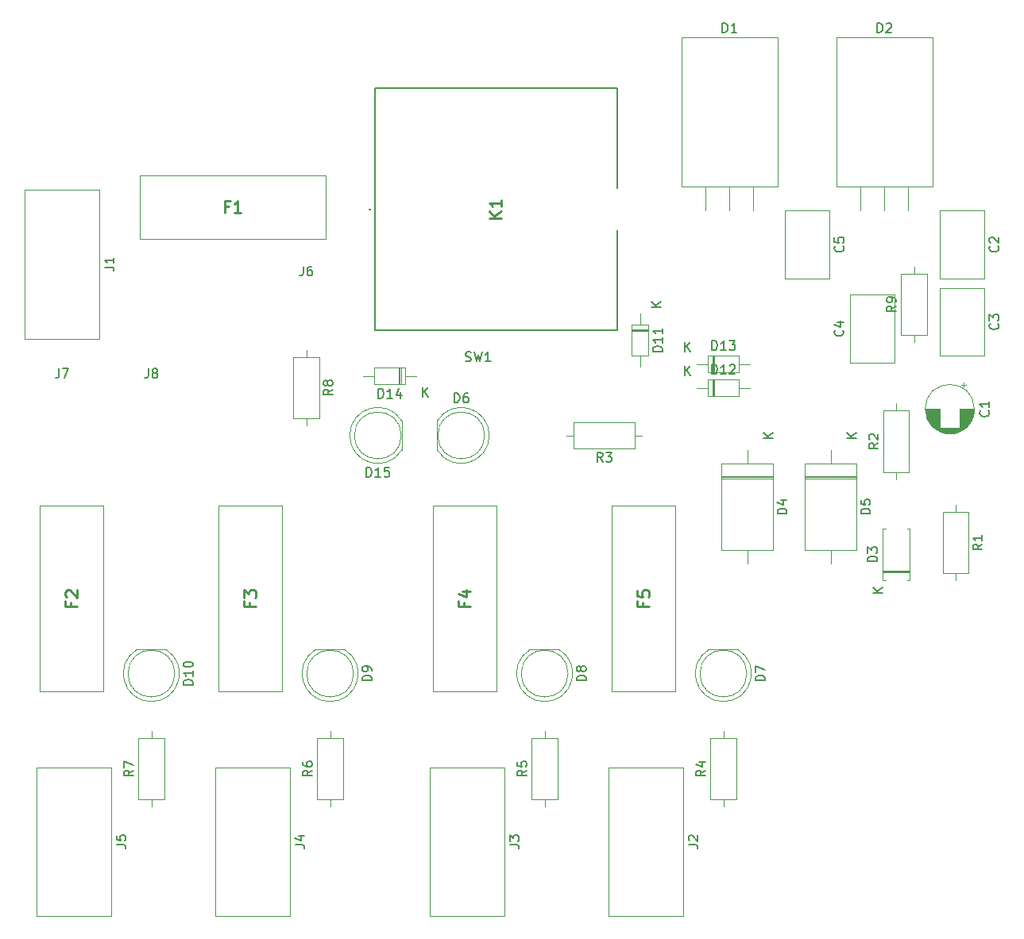
<source format=gbr>
%TF.GenerationSoftware,KiCad,Pcbnew,(5.1.9)-1*%
%TF.CreationDate,2021-04-18T01:25:59+01:00*%
%TF.ProjectId,PowerPole,506f7765-7250-46f6-9c65-2e6b69636164,rev?*%
%TF.SameCoordinates,Original*%
%TF.FileFunction,Legend,Top*%
%TF.FilePolarity,Positive*%
%FSLAX46Y46*%
G04 Gerber Fmt 4.6, Leading zero omitted, Abs format (unit mm)*
G04 Created by KiCad (PCBNEW (5.1.9)-1) date 2021-04-18 01:25:59*
%MOMM*%
%LPD*%
G01*
G04 APERTURE LIST*
%ADD10C,0.200000*%
%ADD11C,0.100000*%
%ADD12C,0.120000*%
%ADD13C,0.254000*%
%ADD14C,0.150000*%
G04 APERTURE END LIST*
D10*
%TO.C,K1*%
X131160000Y-36830000D02*
X131160000Y-36830000D01*
X131260000Y-36830000D02*
X131260000Y-36830000D01*
X131160000Y-36830000D02*
X131160000Y-36830000D01*
X157560000Y-39080000D02*
X157560000Y-39080000D01*
X157560000Y-49730000D02*
X157560000Y-39080000D01*
X157560000Y-49730000D02*
X157560000Y-49730000D01*
X157560000Y-39080000D02*
X157560000Y-49730000D01*
X157560000Y-23930000D02*
X157560000Y-23930000D01*
X157560000Y-34580000D02*
X157560000Y-23930000D01*
X157560000Y-34580000D02*
X157560000Y-34580000D01*
X157560000Y-23930000D02*
X157560000Y-34580000D01*
X157560000Y-23930000D02*
X131760000Y-23930000D01*
X157560000Y-23930000D02*
X157560000Y-23930000D01*
X131760000Y-23930000D02*
X157560000Y-23930000D01*
X131760000Y-23930000D02*
X131760000Y-23930000D01*
X131760000Y-49730000D02*
X131760000Y-49730000D01*
X131760000Y-23930000D02*
X131760000Y-49730000D01*
X131760000Y-23930000D02*
X131760000Y-23930000D01*
X131760000Y-49730000D02*
X131760000Y-23930000D01*
X131760000Y-49730000D02*
X157560000Y-49730000D01*
X131760000Y-49730000D02*
X131760000Y-49730000D01*
X157560000Y-49730000D02*
X131760000Y-49730000D01*
X157560000Y-49730000D02*
X157560000Y-49730000D01*
X131260000Y-36830000D02*
G75*
G02*
X131160000Y-36830000I-50000J0D01*
G01*
X131160000Y-36830000D02*
G75*
G02*
X131260000Y-36830000I50000J0D01*
G01*
X131260000Y-36830000D02*
G75*
G02*
X131160000Y-36830000I-50000J0D01*
G01*
D11*
%TO.C,F5*%
X163815000Y-88260000D02*
X157050000Y-88260000D01*
X163815000Y-68450000D02*
X163815000Y-88260000D01*
X157050000Y-68450000D02*
X163815000Y-68450000D01*
X157050000Y-88260000D02*
X157050000Y-68450000D01*
%TO.C,F4*%
X144765000Y-88260000D02*
X138000000Y-88260000D01*
X144765000Y-68450000D02*
X144765000Y-88260000D01*
X138000000Y-68450000D02*
X144765000Y-68450000D01*
X138000000Y-88260000D02*
X138000000Y-68450000D01*
%TO.C,F3*%
X121905000Y-88260000D02*
X115140000Y-88260000D01*
X121905000Y-68450000D02*
X121905000Y-88260000D01*
X115140000Y-68450000D02*
X121905000Y-68450000D01*
X115140000Y-88260000D02*
X115140000Y-68450000D01*
%TO.C,F2*%
X102855000Y-88260000D02*
X96090000Y-88260000D01*
X102855000Y-68450000D02*
X102855000Y-88260000D01*
X96090000Y-68450000D02*
X102855000Y-68450000D01*
X96090000Y-88260000D02*
X96090000Y-68450000D01*
%TO.C,F1*%
X106685000Y-39990000D02*
X106685000Y-33225000D01*
X126495000Y-39990000D02*
X106685000Y-39990000D01*
X126495000Y-33225000D02*
X126495000Y-39990000D01*
X106685000Y-33225000D02*
X126495000Y-33225000D01*
D12*
%TO.C,R8*%
X125830000Y-52610000D02*
X123090000Y-52610000D01*
X123090000Y-52610000D02*
X123090000Y-59150000D01*
X123090000Y-59150000D02*
X125830000Y-59150000D01*
X125830000Y-59150000D02*
X125830000Y-52610000D01*
X124460000Y-51840000D02*
X124460000Y-52610000D01*
X124460000Y-59920000D02*
X124460000Y-59150000D01*
%TO.C,J5*%
X103645000Y-112230000D02*
X95745000Y-112230000D01*
X103645000Y-96380000D02*
X95745000Y-96380000D01*
X95745000Y-96380000D02*
X95745000Y-112230000D01*
X103645000Y-96380000D02*
X103645000Y-112230000D01*
%TO.C,J4*%
X122695000Y-112230000D02*
X114795000Y-112230000D01*
X122695000Y-96380000D02*
X114795000Y-96380000D01*
X114795000Y-96380000D02*
X114795000Y-112230000D01*
X122695000Y-96380000D02*
X122695000Y-112230000D01*
%TO.C,J3*%
X145555000Y-112230000D02*
X137655000Y-112230000D01*
X145555000Y-96380000D02*
X137655000Y-96380000D01*
X137655000Y-96380000D02*
X137655000Y-112230000D01*
X145555000Y-96380000D02*
X145555000Y-112230000D01*
%TO.C,J2*%
X164605000Y-112230000D02*
X156705000Y-112230000D01*
X164605000Y-96380000D02*
X156705000Y-96380000D01*
X156705000Y-96380000D02*
X156705000Y-112230000D01*
X164605000Y-96380000D02*
X164605000Y-112230000D01*
%TO.C,J1*%
X102375000Y-50635000D02*
X94475000Y-50635000D01*
X102375000Y-34785000D02*
X94475000Y-34785000D01*
X94475000Y-34785000D02*
X94475000Y-50635000D01*
X102375000Y-34785000D02*
X102375000Y-50635000D01*
%TO.C,C5*%
X180170000Y-36980000D02*
X180170000Y-44220000D01*
X175430000Y-36980000D02*
X175430000Y-44220000D01*
X180170000Y-36980000D02*
X175430000Y-36980000D01*
X180170000Y-44220000D02*
X175430000Y-44220000D01*
%TO.C,D1*%
X164425000Y-34410000D02*
X174665000Y-34410000D01*
X164425000Y-18520000D02*
X174665000Y-18520000D01*
X164425000Y-18520000D02*
X164425000Y-34410000D01*
X174665000Y-18520000D02*
X174665000Y-34410000D01*
X167005000Y-34410000D02*
X167005000Y-36950000D01*
X169545000Y-34410000D02*
X169545000Y-36950000D01*
X172085000Y-34410000D02*
X172085000Y-36950000D01*
%TO.C,R9*%
X187860000Y-50260000D02*
X190600000Y-50260000D01*
X190600000Y-50260000D02*
X190600000Y-43720000D01*
X190600000Y-43720000D02*
X187860000Y-43720000D01*
X187860000Y-43720000D02*
X187860000Y-50260000D01*
X189230000Y-51030000D02*
X189230000Y-50260000D01*
X189230000Y-42950000D02*
X189230000Y-43720000D01*
%TO.C,R7*%
X106580000Y-99790000D02*
X109320000Y-99790000D01*
X109320000Y-99790000D02*
X109320000Y-93250000D01*
X109320000Y-93250000D02*
X106580000Y-93250000D01*
X106580000Y-93250000D02*
X106580000Y-99790000D01*
X107950000Y-100560000D02*
X107950000Y-99790000D01*
X107950000Y-92480000D02*
X107950000Y-93250000D01*
%TO.C,R6*%
X125630000Y-99790000D02*
X128370000Y-99790000D01*
X128370000Y-99790000D02*
X128370000Y-93250000D01*
X128370000Y-93250000D02*
X125630000Y-93250000D01*
X125630000Y-93250000D02*
X125630000Y-99790000D01*
X127000000Y-100560000D02*
X127000000Y-99790000D01*
X127000000Y-92480000D02*
X127000000Y-93250000D01*
%TO.C,R5*%
X148490000Y-99790000D02*
X151230000Y-99790000D01*
X151230000Y-99790000D02*
X151230000Y-93250000D01*
X151230000Y-93250000D02*
X148490000Y-93250000D01*
X148490000Y-93250000D02*
X148490000Y-99790000D01*
X149860000Y-100560000D02*
X149860000Y-99790000D01*
X149860000Y-92480000D02*
X149860000Y-93250000D01*
%TO.C,R4*%
X167540000Y-99790000D02*
X170280000Y-99790000D01*
X170280000Y-99790000D02*
X170280000Y-93250000D01*
X170280000Y-93250000D02*
X167540000Y-93250000D01*
X167540000Y-93250000D02*
X167540000Y-99790000D01*
X168910000Y-100560000D02*
X168910000Y-99790000D01*
X168910000Y-92480000D02*
X168910000Y-93250000D01*
%TO.C,R3*%
X159480000Y-62330000D02*
X159480000Y-59590000D01*
X159480000Y-59590000D02*
X152940000Y-59590000D01*
X152940000Y-59590000D02*
X152940000Y-62330000D01*
X152940000Y-62330000D02*
X159480000Y-62330000D01*
X160250000Y-60960000D02*
X159480000Y-60960000D01*
X152170000Y-60960000D02*
X152940000Y-60960000D01*
%TO.C,R2*%
X185955000Y-64865000D02*
X188695000Y-64865000D01*
X188695000Y-64865000D02*
X188695000Y-58325000D01*
X188695000Y-58325000D02*
X185955000Y-58325000D01*
X185955000Y-58325000D02*
X185955000Y-64865000D01*
X187325000Y-65635000D02*
X187325000Y-64865000D01*
X187325000Y-57555000D02*
X187325000Y-58325000D01*
%TO.C,R1*%
X195045000Y-69120000D02*
X192305000Y-69120000D01*
X192305000Y-69120000D02*
X192305000Y-75660000D01*
X192305000Y-75660000D02*
X195045000Y-75660000D01*
X195045000Y-75660000D02*
X195045000Y-69120000D01*
X193675000Y-68350000D02*
X193675000Y-69120000D01*
X193675000Y-76430000D02*
X193675000Y-75660000D01*
%TO.C,D15*%
X134580000Y-60960000D02*
G75*
G03*
X134580000Y-60960000I-2500000J0D01*
G01*
X134640000Y-62505000D02*
X134640000Y-59415000D01*
X129090000Y-60960462D02*
G75*
G02*
X134640000Y-59415170I2990000J462D01*
G01*
X129090000Y-60959538D02*
G75*
G03*
X134640000Y-62504830I2990000J-462D01*
G01*
%TO.C,D14*%
X134990000Y-55530000D02*
X134990000Y-53690000D01*
X134990000Y-53690000D02*
X131710000Y-53690000D01*
X131710000Y-53690000D02*
X131710000Y-55530000D01*
X131710000Y-55530000D02*
X134990000Y-55530000D01*
X136170000Y-54610000D02*
X134990000Y-54610000D01*
X130530000Y-54610000D02*
X131710000Y-54610000D01*
X134414000Y-55530000D02*
X134414000Y-53690000D01*
X134294000Y-55530000D02*
X134294000Y-53690000D01*
X134534000Y-55530000D02*
X134534000Y-53690000D01*
%TO.C,D13*%
X167270000Y-52420000D02*
X167270000Y-54260000D01*
X167270000Y-54260000D02*
X170550000Y-54260000D01*
X170550000Y-54260000D02*
X170550000Y-52420000D01*
X170550000Y-52420000D02*
X167270000Y-52420000D01*
X166090000Y-53340000D02*
X167270000Y-53340000D01*
X171730000Y-53340000D02*
X170550000Y-53340000D01*
X167846000Y-52420000D02*
X167846000Y-54260000D01*
X167966000Y-52420000D02*
X167966000Y-54260000D01*
X167726000Y-52420000D02*
X167726000Y-54260000D01*
%TO.C,D12*%
X167270000Y-54960000D02*
X167270000Y-56800000D01*
X167270000Y-56800000D02*
X170550000Y-56800000D01*
X170550000Y-56800000D02*
X170550000Y-54960000D01*
X170550000Y-54960000D02*
X167270000Y-54960000D01*
X166090000Y-55880000D02*
X167270000Y-55880000D01*
X171730000Y-55880000D02*
X170550000Y-55880000D01*
X167846000Y-54960000D02*
X167846000Y-56800000D01*
X167966000Y-54960000D02*
X167966000Y-56800000D01*
X167726000Y-54960000D02*
X167726000Y-56800000D01*
%TO.C,D11*%
X160940000Y-49160000D02*
X159100000Y-49160000D01*
X159100000Y-49160000D02*
X159100000Y-52440000D01*
X159100000Y-52440000D02*
X160940000Y-52440000D01*
X160940000Y-52440000D02*
X160940000Y-49160000D01*
X160020000Y-47980000D02*
X160020000Y-49160000D01*
X160020000Y-53620000D02*
X160020000Y-52440000D01*
X160940000Y-49736000D02*
X159100000Y-49736000D01*
X160940000Y-49856000D02*
X159100000Y-49856000D01*
X160940000Y-49616000D02*
X159100000Y-49616000D01*
%TO.C,D10*%
X110450000Y-86360000D02*
G75*
G03*
X110450000Y-86360000I-2500000J0D01*
G01*
X109495000Y-83800000D02*
X106405000Y-83800000D01*
X107950462Y-89350000D02*
G75*
G02*
X106405170Y-83800000I-462J2990000D01*
G01*
X107949538Y-89350000D02*
G75*
G03*
X109494830Y-83800000I462J2990000D01*
G01*
%TO.C,D9*%
X129500000Y-86360000D02*
G75*
G03*
X129500000Y-86360000I-2500000J0D01*
G01*
X128545000Y-83800000D02*
X125455000Y-83800000D01*
X127000462Y-89350000D02*
G75*
G02*
X125455170Y-83800000I-462J2990000D01*
G01*
X126999538Y-89350000D02*
G75*
G03*
X128544830Y-83800000I462J2990000D01*
G01*
%TO.C,D8*%
X152360000Y-86360000D02*
G75*
G03*
X152360000Y-86360000I-2500000J0D01*
G01*
X151405000Y-83800000D02*
X148315000Y-83800000D01*
X149860462Y-89350000D02*
G75*
G02*
X148315170Y-83800000I-462J2990000D01*
G01*
X149859538Y-89350000D02*
G75*
G03*
X151404830Y-83800000I462J2990000D01*
G01*
%TO.C,D7*%
X171410000Y-86360000D02*
G75*
G03*
X171410000Y-86360000I-2500000J0D01*
G01*
X170455000Y-83800000D02*
X167365000Y-83800000D01*
X168910462Y-89350000D02*
G75*
G02*
X167365170Y-83800000I-462J2990000D01*
G01*
X168909538Y-89350000D02*
G75*
G03*
X170454830Y-83800000I462J2990000D01*
G01*
%TO.C,D6*%
X143470000Y-60960000D02*
G75*
G03*
X143470000Y-60960000I-2500000J0D01*
G01*
X138410000Y-59415000D02*
X138410000Y-62505000D01*
X143960000Y-60959538D02*
G75*
G02*
X138410000Y-62504830I-2990000J-462D01*
G01*
X143960000Y-60960462D02*
G75*
G03*
X138410000Y-59415170I-2990000J462D01*
G01*
%TO.C,D5*%
X183110000Y-63960000D02*
X177570000Y-63960000D01*
X177570000Y-63960000D02*
X177570000Y-73200000D01*
X177570000Y-73200000D02*
X183110000Y-73200000D01*
X183110000Y-73200000D02*
X183110000Y-63960000D01*
X180340000Y-62500000D02*
X180340000Y-63960000D01*
X180340000Y-74660000D02*
X180340000Y-73200000D01*
X183110000Y-65430000D02*
X177570000Y-65430000D01*
X183110000Y-65550000D02*
X177570000Y-65550000D01*
X183110000Y-65310000D02*
X177570000Y-65310000D01*
%TO.C,D4*%
X174220000Y-63960000D02*
X168680000Y-63960000D01*
X168680000Y-63960000D02*
X168680000Y-73200000D01*
X168680000Y-73200000D02*
X174220000Y-73200000D01*
X174220000Y-73200000D02*
X174220000Y-63960000D01*
X171450000Y-62500000D02*
X171450000Y-63960000D01*
X171450000Y-74660000D02*
X171450000Y-73200000D01*
X174220000Y-65430000D02*
X168680000Y-65430000D01*
X174220000Y-65550000D02*
X168680000Y-65550000D01*
X174220000Y-65310000D02*
X168680000Y-65310000D01*
%TO.C,D3*%
X186185000Y-76380000D02*
X185855000Y-76380000D01*
X185855000Y-76380000D02*
X185855000Y-70940000D01*
X185855000Y-70940000D02*
X186185000Y-70940000D01*
X188465000Y-76380000D02*
X188795000Y-76380000D01*
X188795000Y-76380000D02*
X188795000Y-70940000D01*
X188795000Y-70940000D02*
X188465000Y-70940000D01*
X185855000Y-75480000D02*
X188795000Y-75480000D01*
X185855000Y-75360000D02*
X188795000Y-75360000D01*
X185855000Y-75600000D02*
X188795000Y-75600000D01*
%TO.C,D2*%
X180935000Y-34410000D02*
X191175000Y-34410000D01*
X180935000Y-18520000D02*
X191175000Y-18520000D01*
X180935000Y-18520000D02*
X180935000Y-34410000D01*
X191175000Y-18520000D02*
X191175000Y-34410000D01*
X183515000Y-34410000D02*
X183515000Y-36950000D01*
X186055000Y-34410000D02*
X186055000Y-36950000D01*
X188595000Y-34410000D02*
X188595000Y-36950000D01*
%TO.C,C4*%
X182415000Y-53190000D02*
X182415000Y-45950000D01*
X187155000Y-53190000D02*
X187155000Y-45950000D01*
X182415000Y-53190000D02*
X187155000Y-53190000D01*
X182415000Y-45950000D02*
X187155000Y-45950000D01*
%TO.C,C3*%
X196680000Y-45235000D02*
X196680000Y-52475000D01*
X191940000Y-45235000D02*
X191940000Y-52475000D01*
X196680000Y-45235000D02*
X191940000Y-45235000D01*
X196680000Y-52475000D02*
X191940000Y-52475000D01*
%TO.C,C2*%
X196680000Y-36980000D02*
X196680000Y-44220000D01*
X191940000Y-36980000D02*
X191940000Y-44220000D01*
X196680000Y-36980000D02*
X191940000Y-36980000D01*
X196680000Y-44220000D02*
X191940000Y-44220000D01*
%TO.C,C1*%
X195660000Y-58150000D02*
G75*
G03*
X195660000Y-58150000I-2620000J0D01*
G01*
X192000000Y-58150000D02*
X190460000Y-58150000D01*
X195620000Y-58150000D02*
X194080000Y-58150000D01*
X192000000Y-58190000D02*
X190460000Y-58190000D01*
X195620000Y-58190000D02*
X194080000Y-58190000D01*
X195619000Y-58230000D02*
X194080000Y-58230000D01*
X192000000Y-58230000D02*
X190461000Y-58230000D01*
X195618000Y-58270000D02*
X194080000Y-58270000D01*
X192000000Y-58270000D02*
X190462000Y-58270000D01*
X195616000Y-58310000D02*
X194080000Y-58310000D01*
X192000000Y-58310000D02*
X190464000Y-58310000D01*
X195613000Y-58350000D02*
X194080000Y-58350000D01*
X192000000Y-58350000D02*
X190467000Y-58350000D01*
X195609000Y-58390000D02*
X194080000Y-58390000D01*
X192000000Y-58390000D02*
X190471000Y-58390000D01*
X195605000Y-58430000D02*
X194080000Y-58430000D01*
X192000000Y-58430000D02*
X190475000Y-58430000D01*
X195601000Y-58470000D02*
X194080000Y-58470000D01*
X192000000Y-58470000D02*
X190479000Y-58470000D01*
X195596000Y-58510000D02*
X194080000Y-58510000D01*
X192000000Y-58510000D02*
X190484000Y-58510000D01*
X195590000Y-58550000D02*
X194080000Y-58550000D01*
X192000000Y-58550000D02*
X190490000Y-58550000D01*
X195583000Y-58590000D02*
X194080000Y-58590000D01*
X192000000Y-58590000D02*
X190497000Y-58590000D01*
X195576000Y-58630000D02*
X194080000Y-58630000D01*
X192000000Y-58630000D02*
X190504000Y-58630000D01*
X195568000Y-58670000D02*
X194080000Y-58670000D01*
X192000000Y-58670000D02*
X190512000Y-58670000D01*
X195560000Y-58710000D02*
X194080000Y-58710000D01*
X192000000Y-58710000D02*
X190520000Y-58710000D01*
X195551000Y-58750000D02*
X194080000Y-58750000D01*
X192000000Y-58750000D02*
X190529000Y-58750000D01*
X195541000Y-58790000D02*
X194080000Y-58790000D01*
X192000000Y-58790000D02*
X190539000Y-58790000D01*
X195531000Y-58830000D02*
X194080000Y-58830000D01*
X192000000Y-58830000D02*
X190549000Y-58830000D01*
X195520000Y-58871000D02*
X194080000Y-58871000D01*
X192000000Y-58871000D02*
X190560000Y-58871000D01*
X195508000Y-58911000D02*
X194080000Y-58911000D01*
X192000000Y-58911000D02*
X190572000Y-58911000D01*
X195495000Y-58951000D02*
X194080000Y-58951000D01*
X192000000Y-58951000D02*
X190585000Y-58951000D01*
X195482000Y-58991000D02*
X194080000Y-58991000D01*
X192000000Y-58991000D02*
X190598000Y-58991000D01*
X195468000Y-59031000D02*
X194080000Y-59031000D01*
X192000000Y-59031000D02*
X190612000Y-59031000D01*
X195454000Y-59071000D02*
X194080000Y-59071000D01*
X192000000Y-59071000D02*
X190626000Y-59071000D01*
X195438000Y-59111000D02*
X194080000Y-59111000D01*
X192000000Y-59111000D02*
X190642000Y-59111000D01*
X195422000Y-59151000D02*
X194080000Y-59151000D01*
X192000000Y-59151000D02*
X190658000Y-59151000D01*
X195405000Y-59191000D02*
X194080000Y-59191000D01*
X192000000Y-59191000D02*
X190675000Y-59191000D01*
X195388000Y-59231000D02*
X194080000Y-59231000D01*
X192000000Y-59231000D02*
X190692000Y-59231000D01*
X195369000Y-59271000D02*
X194080000Y-59271000D01*
X192000000Y-59271000D02*
X190711000Y-59271000D01*
X195350000Y-59311000D02*
X194080000Y-59311000D01*
X192000000Y-59311000D02*
X190730000Y-59311000D01*
X195330000Y-59351000D02*
X194080000Y-59351000D01*
X192000000Y-59351000D02*
X190750000Y-59351000D01*
X195308000Y-59391000D02*
X194080000Y-59391000D01*
X192000000Y-59391000D02*
X190772000Y-59391000D01*
X195287000Y-59431000D02*
X194080000Y-59431000D01*
X192000000Y-59431000D02*
X190793000Y-59431000D01*
X195264000Y-59471000D02*
X194080000Y-59471000D01*
X192000000Y-59471000D02*
X190816000Y-59471000D01*
X195240000Y-59511000D02*
X194080000Y-59511000D01*
X192000000Y-59511000D02*
X190840000Y-59511000D01*
X195215000Y-59551000D02*
X194080000Y-59551000D01*
X192000000Y-59551000D02*
X190865000Y-59551000D01*
X195189000Y-59591000D02*
X194080000Y-59591000D01*
X192000000Y-59591000D02*
X190891000Y-59591000D01*
X195162000Y-59631000D02*
X194080000Y-59631000D01*
X192000000Y-59631000D02*
X190918000Y-59631000D01*
X195135000Y-59671000D02*
X194080000Y-59671000D01*
X192000000Y-59671000D02*
X190945000Y-59671000D01*
X195105000Y-59711000D02*
X194080000Y-59711000D01*
X192000000Y-59711000D02*
X190975000Y-59711000D01*
X195075000Y-59751000D02*
X194080000Y-59751000D01*
X192000000Y-59751000D02*
X191005000Y-59751000D01*
X195044000Y-59791000D02*
X194080000Y-59791000D01*
X192000000Y-59791000D02*
X191036000Y-59791000D01*
X195011000Y-59831000D02*
X194080000Y-59831000D01*
X192000000Y-59831000D02*
X191069000Y-59831000D01*
X194977000Y-59871000D02*
X194080000Y-59871000D01*
X192000000Y-59871000D02*
X191103000Y-59871000D01*
X194941000Y-59911000D02*
X194080000Y-59911000D01*
X192000000Y-59911000D02*
X191139000Y-59911000D01*
X194904000Y-59951000D02*
X194080000Y-59951000D01*
X192000000Y-59951000D02*
X191176000Y-59951000D01*
X194866000Y-59991000D02*
X194080000Y-59991000D01*
X192000000Y-59991000D02*
X191214000Y-59991000D01*
X194825000Y-60031000D02*
X194080000Y-60031000D01*
X192000000Y-60031000D02*
X191255000Y-60031000D01*
X194783000Y-60071000D02*
X194080000Y-60071000D01*
X192000000Y-60071000D02*
X191297000Y-60071000D01*
X194739000Y-60111000D02*
X194080000Y-60111000D01*
X192000000Y-60111000D02*
X191341000Y-60111000D01*
X194693000Y-60151000D02*
X194080000Y-60151000D01*
X192000000Y-60151000D02*
X191387000Y-60151000D01*
X194645000Y-60191000D02*
X191435000Y-60191000D01*
X194594000Y-60231000D02*
X191486000Y-60231000D01*
X194540000Y-60271000D02*
X191540000Y-60271000D01*
X194483000Y-60311000D02*
X191597000Y-60311000D01*
X194423000Y-60351000D02*
X191657000Y-60351000D01*
X194359000Y-60391000D02*
X191721000Y-60391000D01*
X194291000Y-60431000D02*
X191789000Y-60431000D01*
X194218000Y-60471000D02*
X191862000Y-60471000D01*
X194138000Y-60511000D02*
X191942000Y-60511000D01*
X194051000Y-60551000D02*
X192029000Y-60551000D01*
X193955000Y-60591000D02*
X192125000Y-60591000D01*
X193845000Y-60631000D02*
X192235000Y-60631000D01*
X193717000Y-60671000D02*
X192363000Y-60671000D01*
X193558000Y-60711000D02*
X192522000Y-60711000D01*
X193324000Y-60751000D02*
X192756000Y-60751000D01*
X194515000Y-55345225D02*
X194515000Y-55845225D01*
X194765000Y-55595225D02*
X194265000Y-55595225D01*
%TO.C,K1*%
D13*
X145234523Y-37767380D02*
X143964523Y-37767380D01*
X145234523Y-37041666D02*
X144508809Y-37585952D01*
X143964523Y-37041666D02*
X144690238Y-37767380D01*
X145234523Y-35832142D02*
X145234523Y-36557857D01*
X145234523Y-36195000D02*
X143964523Y-36195000D01*
X144145952Y-36315952D01*
X144266904Y-36436904D01*
X144327380Y-36557857D01*
%TO.C,F5*%
X160342285Y-78778333D02*
X160342285Y-79201666D01*
X161007523Y-79201666D02*
X159737523Y-79201666D01*
X159737523Y-78596904D01*
X159737523Y-77508333D02*
X159737523Y-78113095D01*
X160342285Y-78173571D01*
X160281809Y-78113095D01*
X160221333Y-77992142D01*
X160221333Y-77689761D01*
X160281809Y-77568809D01*
X160342285Y-77508333D01*
X160463238Y-77447857D01*
X160765619Y-77447857D01*
X160886571Y-77508333D01*
X160947047Y-77568809D01*
X161007523Y-77689761D01*
X161007523Y-77992142D01*
X160947047Y-78113095D01*
X160886571Y-78173571D01*
%TO.C,F4*%
X141292285Y-78778333D02*
X141292285Y-79201666D01*
X141957523Y-79201666D02*
X140687523Y-79201666D01*
X140687523Y-78596904D01*
X141110857Y-77568809D02*
X141957523Y-77568809D01*
X140627047Y-77871190D02*
X141534190Y-78173571D01*
X141534190Y-77387380D01*
%TO.C,F3*%
X118432285Y-78778333D02*
X118432285Y-79201666D01*
X119097523Y-79201666D02*
X117827523Y-79201666D01*
X117827523Y-78596904D01*
X117827523Y-78234047D02*
X117827523Y-77447857D01*
X118311333Y-77871190D01*
X118311333Y-77689761D01*
X118371809Y-77568809D01*
X118432285Y-77508333D01*
X118553238Y-77447857D01*
X118855619Y-77447857D01*
X118976571Y-77508333D01*
X119037047Y-77568809D01*
X119097523Y-77689761D01*
X119097523Y-78052619D01*
X119037047Y-78173571D01*
X118976571Y-78234047D01*
%TO.C,F2*%
X99382285Y-78778333D02*
X99382285Y-79201666D01*
X100047523Y-79201666D02*
X98777523Y-79201666D01*
X98777523Y-78596904D01*
X98898476Y-78173571D02*
X98838000Y-78113095D01*
X98777523Y-77992142D01*
X98777523Y-77689761D01*
X98838000Y-77568809D01*
X98898476Y-77508333D01*
X99019428Y-77447857D01*
X99140380Y-77447857D01*
X99321809Y-77508333D01*
X100047523Y-78234047D01*
X100047523Y-77447857D01*
%TO.C,F1*%
X116166666Y-36517285D02*
X115743333Y-36517285D01*
X115743333Y-37182523D02*
X115743333Y-35912523D01*
X116348095Y-35912523D01*
X117497142Y-37182523D02*
X116771428Y-37182523D01*
X117134285Y-37182523D02*
X117134285Y-35912523D01*
X117013333Y-36093952D01*
X116892380Y-36214904D01*
X116771428Y-36275380D01*
%TO.C,R8*%
D14*
X127282380Y-56046666D02*
X126806190Y-56380000D01*
X127282380Y-56618095D02*
X126282380Y-56618095D01*
X126282380Y-56237142D01*
X126330000Y-56141904D01*
X126377619Y-56094285D01*
X126472857Y-56046666D01*
X126615714Y-56046666D01*
X126710952Y-56094285D01*
X126758571Y-56141904D01*
X126806190Y-56237142D01*
X126806190Y-56618095D01*
X126710952Y-55475238D02*
X126663333Y-55570476D01*
X126615714Y-55618095D01*
X126520476Y-55665714D01*
X126472857Y-55665714D01*
X126377619Y-55618095D01*
X126330000Y-55570476D01*
X126282380Y-55475238D01*
X126282380Y-55284761D01*
X126330000Y-55189523D01*
X126377619Y-55141904D01*
X126472857Y-55094285D01*
X126520476Y-55094285D01*
X126615714Y-55141904D01*
X126663333Y-55189523D01*
X126710952Y-55284761D01*
X126710952Y-55475238D01*
X126758571Y-55570476D01*
X126806190Y-55618095D01*
X126901428Y-55665714D01*
X127091904Y-55665714D01*
X127187142Y-55618095D01*
X127234761Y-55570476D01*
X127282380Y-55475238D01*
X127282380Y-55284761D01*
X127234761Y-55189523D01*
X127187142Y-55141904D01*
X127091904Y-55094285D01*
X126901428Y-55094285D01*
X126806190Y-55141904D01*
X126758571Y-55189523D01*
X126710952Y-55284761D01*
%TO.C,J8*%
X107616666Y-53837380D02*
X107616666Y-54551666D01*
X107569047Y-54694523D01*
X107473809Y-54789761D01*
X107330952Y-54837380D01*
X107235714Y-54837380D01*
X108235714Y-54265952D02*
X108140476Y-54218333D01*
X108092857Y-54170714D01*
X108045238Y-54075476D01*
X108045238Y-54027857D01*
X108092857Y-53932619D01*
X108140476Y-53885000D01*
X108235714Y-53837380D01*
X108426190Y-53837380D01*
X108521428Y-53885000D01*
X108569047Y-53932619D01*
X108616666Y-54027857D01*
X108616666Y-54075476D01*
X108569047Y-54170714D01*
X108521428Y-54218333D01*
X108426190Y-54265952D01*
X108235714Y-54265952D01*
X108140476Y-54313571D01*
X108092857Y-54361190D01*
X108045238Y-54456428D01*
X108045238Y-54646904D01*
X108092857Y-54742142D01*
X108140476Y-54789761D01*
X108235714Y-54837380D01*
X108426190Y-54837380D01*
X108521428Y-54789761D01*
X108569047Y-54742142D01*
X108616666Y-54646904D01*
X108616666Y-54456428D01*
X108569047Y-54361190D01*
X108521428Y-54313571D01*
X108426190Y-54265952D01*
%TO.C,J7*%
X98091666Y-53837380D02*
X98091666Y-54551666D01*
X98044047Y-54694523D01*
X97948809Y-54789761D01*
X97805952Y-54837380D01*
X97710714Y-54837380D01*
X98472619Y-53837380D02*
X99139285Y-53837380D01*
X98710714Y-54837380D01*
%TO.C,J6*%
X124126666Y-42922380D02*
X124126666Y-43636666D01*
X124079047Y-43779523D01*
X123983809Y-43874761D01*
X123840952Y-43922380D01*
X123745714Y-43922380D01*
X125031428Y-42922380D02*
X124840952Y-42922380D01*
X124745714Y-42970000D01*
X124698095Y-43017619D01*
X124602857Y-43160476D01*
X124555238Y-43350952D01*
X124555238Y-43731904D01*
X124602857Y-43827142D01*
X124650476Y-43874761D01*
X124745714Y-43922380D01*
X124936190Y-43922380D01*
X125031428Y-43874761D01*
X125079047Y-43827142D01*
X125126666Y-43731904D01*
X125126666Y-43493809D01*
X125079047Y-43398571D01*
X125031428Y-43350952D01*
X124936190Y-43303333D01*
X124745714Y-43303333D01*
X124650476Y-43350952D01*
X124602857Y-43398571D01*
X124555238Y-43493809D01*
%TO.C,J5*%
X104227380Y-104600333D02*
X104941666Y-104600333D01*
X105084523Y-104647952D01*
X105179761Y-104743190D01*
X105227380Y-104886047D01*
X105227380Y-104981285D01*
X104227380Y-103647952D02*
X104227380Y-104124142D01*
X104703571Y-104171761D01*
X104655952Y-104124142D01*
X104608333Y-104028904D01*
X104608333Y-103790809D01*
X104655952Y-103695571D01*
X104703571Y-103647952D01*
X104798809Y-103600333D01*
X105036904Y-103600333D01*
X105132142Y-103647952D01*
X105179761Y-103695571D01*
X105227380Y-103790809D01*
X105227380Y-104028904D01*
X105179761Y-104124142D01*
X105132142Y-104171761D01*
%TO.C,J4*%
X123277380Y-104600333D02*
X123991666Y-104600333D01*
X124134523Y-104647952D01*
X124229761Y-104743190D01*
X124277380Y-104886047D01*
X124277380Y-104981285D01*
X123610714Y-103695571D02*
X124277380Y-103695571D01*
X123229761Y-103933666D02*
X123944047Y-104171761D01*
X123944047Y-103552714D01*
%TO.C,J3*%
X146137380Y-104600333D02*
X146851666Y-104600333D01*
X146994523Y-104647952D01*
X147089761Y-104743190D01*
X147137380Y-104886047D01*
X147137380Y-104981285D01*
X146137380Y-104219380D02*
X146137380Y-103600333D01*
X146518333Y-103933666D01*
X146518333Y-103790809D01*
X146565952Y-103695571D01*
X146613571Y-103647952D01*
X146708809Y-103600333D01*
X146946904Y-103600333D01*
X147042142Y-103647952D01*
X147089761Y-103695571D01*
X147137380Y-103790809D01*
X147137380Y-104076523D01*
X147089761Y-104171761D01*
X147042142Y-104219380D01*
%TO.C,J2*%
X165187380Y-104600333D02*
X165901666Y-104600333D01*
X166044523Y-104647952D01*
X166139761Y-104743190D01*
X166187380Y-104886047D01*
X166187380Y-104981285D01*
X165282619Y-104171761D02*
X165235000Y-104124142D01*
X165187380Y-104028904D01*
X165187380Y-103790809D01*
X165235000Y-103695571D01*
X165282619Y-103647952D01*
X165377857Y-103600333D01*
X165473095Y-103600333D01*
X165615952Y-103647952D01*
X166187380Y-104219380D01*
X166187380Y-103600333D01*
%TO.C,J1*%
X102957380Y-43005333D02*
X103671666Y-43005333D01*
X103814523Y-43052952D01*
X103909761Y-43148190D01*
X103957380Y-43291047D01*
X103957380Y-43386285D01*
X103957380Y-42005333D02*
X103957380Y-42576761D01*
X103957380Y-42291047D02*
X102957380Y-42291047D01*
X103100238Y-42386285D01*
X103195476Y-42481523D01*
X103243095Y-42576761D01*
%TO.C,C5*%
X181657142Y-40766666D02*
X181704761Y-40814285D01*
X181752380Y-40957142D01*
X181752380Y-41052380D01*
X181704761Y-41195238D01*
X181609523Y-41290476D01*
X181514285Y-41338095D01*
X181323809Y-41385714D01*
X181180952Y-41385714D01*
X180990476Y-41338095D01*
X180895238Y-41290476D01*
X180800000Y-41195238D01*
X180752380Y-41052380D01*
X180752380Y-40957142D01*
X180800000Y-40814285D01*
X180847619Y-40766666D01*
X180752380Y-39861904D02*
X180752380Y-40338095D01*
X181228571Y-40385714D01*
X181180952Y-40338095D01*
X181133333Y-40242857D01*
X181133333Y-40004761D01*
X181180952Y-39909523D01*
X181228571Y-39861904D01*
X181323809Y-39814285D01*
X181561904Y-39814285D01*
X181657142Y-39861904D01*
X181704761Y-39909523D01*
X181752380Y-40004761D01*
X181752380Y-40242857D01*
X181704761Y-40338095D01*
X181657142Y-40385714D01*
%TO.C,D1*%
X168806904Y-17972380D02*
X168806904Y-16972380D01*
X169045000Y-16972380D01*
X169187857Y-17020000D01*
X169283095Y-17115238D01*
X169330714Y-17210476D01*
X169378333Y-17400952D01*
X169378333Y-17543809D01*
X169330714Y-17734285D01*
X169283095Y-17829523D01*
X169187857Y-17924761D01*
X169045000Y-17972380D01*
X168806904Y-17972380D01*
X170330714Y-17972380D02*
X169759285Y-17972380D01*
X170045000Y-17972380D02*
X170045000Y-16972380D01*
X169949761Y-17115238D01*
X169854523Y-17210476D01*
X169759285Y-17258095D01*
%TO.C,SW1*%
X141436666Y-53014761D02*
X141579523Y-53062380D01*
X141817619Y-53062380D01*
X141912857Y-53014761D01*
X141960476Y-52967142D01*
X142008095Y-52871904D01*
X142008095Y-52776666D01*
X141960476Y-52681428D01*
X141912857Y-52633809D01*
X141817619Y-52586190D01*
X141627142Y-52538571D01*
X141531904Y-52490952D01*
X141484285Y-52443333D01*
X141436666Y-52348095D01*
X141436666Y-52252857D01*
X141484285Y-52157619D01*
X141531904Y-52110000D01*
X141627142Y-52062380D01*
X141865238Y-52062380D01*
X142008095Y-52110000D01*
X142341428Y-52062380D02*
X142579523Y-53062380D01*
X142770000Y-52348095D01*
X142960476Y-53062380D01*
X143198571Y-52062380D01*
X144103333Y-53062380D02*
X143531904Y-53062380D01*
X143817619Y-53062380D02*
X143817619Y-52062380D01*
X143722380Y-52205238D01*
X143627142Y-52300476D01*
X143531904Y-52348095D01*
%TO.C,R9*%
X187312380Y-47156666D02*
X186836190Y-47490000D01*
X187312380Y-47728095D02*
X186312380Y-47728095D01*
X186312380Y-47347142D01*
X186360000Y-47251904D01*
X186407619Y-47204285D01*
X186502857Y-47156666D01*
X186645714Y-47156666D01*
X186740952Y-47204285D01*
X186788571Y-47251904D01*
X186836190Y-47347142D01*
X186836190Y-47728095D01*
X187312380Y-46680476D02*
X187312380Y-46490000D01*
X187264761Y-46394761D01*
X187217142Y-46347142D01*
X187074285Y-46251904D01*
X186883809Y-46204285D01*
X186502857Y-46204285D01*
X186407619Y-46251904D01*
X186360000Y-46299523D01*
X186312380Y-46394761D01*
X186312380Y-46585238D01*
X186360000Y-46680476D01*
X186407619Y-46728095D01*
X186502857Y-46775714D01*
X186740952Y-46775714D01*
X186836190Y-46728095D01*
X186883809Y-46680476D01*
X186931428Y-46585238D01*
X186931428Y-46394761D01*
X186883809Y-46299523D01*
X186836190Y-46251904D01*
X186740952Y-46204285D01*
%TO.C,R7*%
X106032380Y-96686666D02*
X105556190Y-97020000D01*
X106032380Y-97258095D02*
X105032380Y-97258095D01*
X105032380Y-96877142D01*
X105080000Y-96781904D01*
X105127619Y-96734285D01*
X105222857Y-96686666D01*
X105365714Y-96686666D01*
X105460952Y-96734285D01*
X105508571Y-96781904D01*
X105556190Y-96877142D01*
X105556190Y-97258095D01*
X105032380Y-96353333D02*
X105032380Y-95686666D01*
X106032380Y-96115238D01*
%TO.C,R6*%
X125082380Y-96686666D02*
X124606190Y-97020000D01*
X125082380Y-97258095D02*
X124082380Y-97258095D01*
X124082380Y-96877142D01*
X124130000Y-96781904D01*
X124177619Y-96734285D01*
X124272857Y-96686666D01*
X124415714Y-96686666D01*
X124510952Y-96734285D01*
X124558571Y-96781904D01*
X124606190Y-96877142D01*
X124606190Y-97258095D01*
X124082380Y-95829523D02*
X124082380Y-96020000D01*
X124130000Y-96115238D01*
X124177619Y-96162857D01*
X124320476Y-96258095D01*
X124510952Y-96305714D01*
X124891904Y-96305714D01*
X124987142Y-96258095D01*
X125034761Y-96210476D01*
X125082380Y-96115238D01*
X125082380Y-95924761D01*
X125034761Y-95829523D01*
X124987142Y-95781904D01*
X124891904Y-95734285D01*
X124653809Y-95734285D01*
X124558571Y-95781904D01*
X124510952Y-95829523D01*
X124463333Y-95924761D01*
X124463333Y-96115238D01*
X124510952Y-96210476D01*
X124558571Y-96258095D01*
X124653809Y-96305714D01*
%TO.C,R5*%
X147942380Y-96686666D02*
X147466190Y-97020000D01*
X147942380Y-97258095D02*
X146942380Y-97258095D01*
X146942380Y-96877142D01*
X146990000Y-96781904D01*
X147037619Y-96734285D01*
X147132857Y-96686666D01*
X147275714Y-96686666D01*
X147370952Y-96734285D01*
X147418571Y-96781904D01*
X147466190Y-96877142D01*
X147466190Y-97258095D01*
X146942380Y-95781904D02*
X146942380Y-96258095D01*
X147418571Y-96305714D01*
X147370952Y-96258095D01*
X147323333Y-96162857D01*
X147323333Y-95924761D01*
X147370952Y-95829523D01*
X147418571Y-95781904D01*
X147513809Y-95734285D01*
X147751904Y-95734285D01*
X147847142Y-95781904D01*
X147894761Y-95829523D01*
X147942380Y-95924761D01*
X147942380Y-96162857D01*
X147894761Y-96258095D01*
X147847142Y-96305714D01*
%TO.C,R4*%
X166992380Y-96686666D02*
X166516190Y-97020000D01*
X166992380Y-97258095D02*
X165992380Y-97258095D01*
X165992380Y-96877142D01*
X166040000Y-96781904D01*
X166087619Y-96734285D01*
X166182857Y-96686666D01*
X166325714Y-96686666D01*
X166420952Y-96734285D01*
X166468571Y-96781904D01*
X166516190Y-96877142D01*
X166516190Y-97258095D01*
X166325714Y-95829523D02*
X166992380Y-95829523D01*
X165944761Y-96067619D02*
X166659047Y-96305714D01*
X166659047Y-95686666D01*
%TO.C,R3*%
X156043333Y-63782380D02*
X155710000Y-63306190D01*
X155471904Y-63782380D02*
X155471904Y-62782380D01*
X155852857Y-62782380D01*
X155948095Y-62830000D01*
X155995714Y-62877619D01*
X156043333Y-62972857D01*
X156043333Y-63115714D01*
X155995714Y-63210952D01*
X155948095Y-63258571D01*
X155852857Y-63306190D01*
X155471904Y-63306190D01*
X156376666Y-62782380D02*
X156995714Y-62782380D01*
X156662380Y-63163333D01*
X156805238Y-63163333D01*
X156900476Y-63210952D01*
X156948095Y-63258571D01*
X156995714Y-63353809D01*
X156995714Y-63591904D01*
X156948095Y-63687142D01*
X156900476Y-63734761D01*
X156805238Y-63782380D01*
X156519523Y-63782380D01*
X156424285Y-63734761D01*
X156376666Y-63687142D01*
%TO.C,R2*%
X185407380Y-61761666D02*
X184931190Y-62095000D01*
X185407380Y-62333095D02*
X184407380Y-62333095D01*
X184407380Y-61952142D01*
X184455000Y-61856904D01*
X184502619Y-61809285D01*
X184597857Y-61761666D01*
X184740714Y-61761666D01*
X184835952Y-61809285D01*
X184883571Y-61856904D01*
X184931190Y-61952142D01*
X184931190Y-62333095D01*
X184502619Y-61380714D02*
X184455000Y-61333095D01*
X184407380Y-61237857D01*
X184407380Y-60999761D01*
X184455000Y-60904523D01*
X184502619Y-60856904D01*
X184597857Y-60809285D01*
X184693095Y-60809285D01*
X184835952Y-60856904D01*
X185407380Y-61428333D01*
X185407380Y-60809285D01*
%TO.C,R1*%
X196497380Y-72556666D02*
X196021190Y-72890000D01*
X196497380Y-73128095D02*
X195497380Y-73128095D01*
X195497380Y-72747142D01*
X195545000Y-72651904D01*
X195592619Y-72604285D01*
X195687857Y-72556666D01*
X195830714Y-72556666D01*
X195925952Y-72604285D01*
X195973571Y-72651904D01*
X196021190Y-72747142D01*
X196021190Y-73128095D01*
X196497380Y-71604285D02*
X196497380Y-72175714D01*
X196497380Y-71890000D02*
X195497380Y-71890000D01*
X195640238Y-71985238D01*
X195735476Y-72080476D01*
X195783095Y-72175714D01*
%TO.C,D15*%
X130865714Y-65372380D02*
X130865714Y-64372380D01*
X131103809Y-64372380D01*
X131246666Y-64420000D01*
X131341904Y-64515238D01*
X131389523Y-64610476D01*
X131437142Y-64800952D01*
X131437142Y-64943809D01*
X131389523Y-65134285D01*
X131341904Y-65229523D01*
X131246666Y-65324761D01*
X131103809Y-65372380D01*
X130865714Y-65372380D01*
X132389523Y-65372380D02*
X131818095Y-65372380D01*
X132103809Y-65372380D02*
X132103809Y-64372380D01*
X132008571Y-64515238D01*
X131913333Y-64610476D01*
X131818095Y-64658095D01*
X133294285Y-64372380D02*
X132818095Y-64372380D01*
X132770476Y-64848571D01*
X132818095Y-64800952D01*
X132913333Y-64753333D01*
X133151428Y-64753333D01*
X133246666Y-64800952D01*
X133294285Y-64848571D01*
X133341904Y-64943809D01*
X133341904Y-65181904D01*
X133294285Y-65277142D01*
X133246666Y-65324761D01*
X133151428Y-65372380D01*
X132913333Y-65372380D01*
X132818095Y-65324761D01*
X132770476Y-65277142D01*
%TO.C,D14*%
X132135714Y-56982380D02*
X132135714Y-55982380D01*
X132373809Y-55982380D01*
X132516666Y-56030000D01*
X132611904Y-56125238D01*
X132659523Y-56220476D01*
X132707142Y-56410952D01*
X132707142Y-56553809D01*
X132659523Y-56744285D01*
X132611904Y-56839523D01*
X132516666Y-56934761D01*
X132373809Y-56982380D01*
X132135714Y-56982380D01*
X133659523Y-56982380D02*
X133088095Y-56982380D01*
X133373809Y-56982380D02*
X133373809Y-55982380D01*
X133278571Y-56125238D01*
X133183333Y-56220476D01*
X133088095Y-56268095D01*
X134516666Y-56315714D02*
X134516666Y-56982380D01*
X134278571Y-55934761D02*
X134040476Y-56649047D01*
X134659523Y-56649047D01*
X136898095Y-56812380D02*
X136898095Y-55812380D01*
X137469523Y-56812380D02*
X137040952Y-56240952D01*
X137469523Y-55812380D02*
X136898095Y-56383809D01*
%TO.C,D13*%
X167695714Y-51872380D02*
X167695714Y-50872380D01*
X167933809Y-50872380D01*
X168076666Y-50920000D01*
X168171904Y-51015238D01*
X168219523Y-51110476D01*
X168267142Y-51300952D01*
X168267142Y-51443809D01*
X168219523Y-51634285D01*
X168171904Y-51729523D01*
X168076666Y-51824761D01*
X167933809Y-51872380D01*
X167695714Y-51872380D01*
X169219523Y-51872380D02*
X168648095Y-51872380D01*
X168933809Y-51872380D02*
X168933809Y-50872380D01*
X168838571Y-51015238D01*
X168743333Y-51110476D01*
X168648095Y-51158095D01*
X169552857Y-50872380D02*
X170171904Y-50872380D01*
X169838571Y-51253333D01*
X169981428Y-51253333D01*
X170076666Y-51300952D01*
X170124285Y-51348571D01*
X170171904Y-51443809D01*
X170171904Y-51681904D01*
X170124285Y-51777142D01*
X170076666Y-51824761D01*
X169981428Y-51872380D01*
X169695714Y-51872380D01*
X169600476Y-51824761D01*
X169552857Y-51777142D01*
X164838095Y-52042380D02*
X164838095Y-51042380D01*
X165409523Y-52042380D02*
X164980952Y-51470952D01*
X165409523Y-51042380D02*
X164838095Y-51613809D01*
%TO.C,D12*%
X167695714Y-54412380D02*
X167695714Y-53412380D01*
X167933809Y-53412380D01*
X168076666Y-53460000D01*
X168171904Y-53555238D01*
X168219523Y-53650476D01*
X168267142Y-53840952D01*
X168267142Y-53983809D01*
X168219523Y-54174285D01*
X168171904Y-54269523D01*
X168076666Y-54364761D01*
X167933809Y-54412380D01*
X167695714Y-54412380D01*
X169219523Y-54412380D02*
X168648095Y-54412380D01*
X168933809Y-54412380D02*
X168933809Y-53412380D01*
X168838571Y-53555238D01*
X168743333Y-53650476D01*
X168648095Y-53698095D01*
X169600476Y-53507619D02*
X169648095Y-53460000D01*
X169743333Y-53412380D01*
X169981428Y-53412380D01*
X170076666Y-53460000D01*
X170124285Y-53507619D01*
X170171904Y-53602857D01*
X170171904Y-53698095D01*
X170124285Y-53840952D01*
X169552857Y-54412380D01*
X170171904Y-54412380D01*
X164838095Y-54582380D02*
X164838095Y-53582380D01*
X165409523Y-54582380D02*
X164980952Y-54010952D01*
X165409523Y-53582380D02*
X164838095Y-54153809D01*
%TO.C,D11*%
X162392380Y-52014285D02*
X161392380Y-52014285D01*
X161392380Y-51776190D01*
X161440000Y-51633333D01*
X161535238Y-51538095D01*
X161630476Y-51490476D01*
X161820952Y-51442857D01*
X161963809Y-51442857D01*
X162154285Y-51490476D01*
X162249523Y-51538095D01*
X162344761Y-51633333D01*
X162392380Y-51776190D01*
X162392380Y-52014285D01*
X162392380Y-50490476D02*
X162392380Y-51061904D01*
X162392380Y-50776190D02*
X161392380Y-50776190D01*
X161535238Y-50871428D01*
X161630476Y-50966666D01*
X161678095Y-51061904D01*
X162392380Y-49538095D02*
X162392380Y-50109523D01*
X162392380Y-49823809D02*
X161392380Y-49823809D01*
X161535238Y-49919047D01*
X161630476Y-50014285D01*
X161678095Y-50109523D01*
X162222380Y-47251904D02*
X161222380Y-47251904D01*
X162222380Y-46680476D02*
X161650952Y-47109047D01*
X161222380Y-46680476D02*
X161793809Y-47251904D01*
%TO.C,D10*%
X112362380Y-87574285D02*
X111362380Y-87574285D01*
X111362380Y-87336190D01*
X111410000Y-87193333D01*
X111505238Y-87098095D01*
X111600476Y-87050476D01*
X111790952Y-87002857D01*
X111933809Y-87002857D01*
X112124285Y-87050476D01*
X112219523Y-87098095D01*
X112314761Y-87193333D01*
X112362380Y-87336190D01*
X112362380Y-87574285D01*
X112362380Y-86050476D02*
X112362380Y-86621904D01*
X112362380Y-86336190D02*
X111362380Y-86336190D01*
X111505238Y-86431428D01*
X111600476Y-86526666D01*
X111648095Y-86621904D01*
X111362380Y-85431428D02*
X111362380Y-85336190D01*
X111410000Y-85240952D01*
X111457619Y-85193333D01*
X111552857Y-85145714D01*
X111743333Y-85098095D01*
X111981428Y-85098095D01*
X112171904Y-85145714D01*
X112267142Y-85193333D01*
X112314761Y-85240952D01*
X112362380Y-85336190D01*
X112362380Y-85431428D01*
X112314761Y-85526666D01*
X112267142Y-85574285D01*
X112171904Y-85621904D01*
X111981428Y-85669523D01*
X111743333Y-85669523D01*
X111552857Y-85621904D01*
X111457619Y-85574285D01*
X111410000Y-85526666D01*
X111362380Y-85431428D01*
%TO.C,D9*%
X131412380Y-87098095D02*
X130412380Y-87098095D01*
X130412380Y-86860000D01*
X130460000Y-86717142D01*
X130555238Y-86621904D01*
X130650476Y-86574285D01*
X130840952Y-86526666D01*
X130983809Y-86526666D01*
X131174285Y-86574285D01*
X131269523Y-86621904D01*
X131364761Y-86717142D01*
X131412380Y-86860000D01*
X131412380Y-87098095D01*
X131412380Y-86050476D02*
X131412380Y-85860000D01*
X131364761Y-85764761D01*
X131317142Y-85717142D01*
X131174285Y-85621904D01*
X130983809Y-85574285D01*
X130602857Y-85574285D01*
X130507619Y-85621904D01*
X130460000Y-85669523D01*
X130412380Y-85764761D01*
X130412380Y-85955238D01*
X130460000Y-86050476D01*
X130507619Y-86098095D01*
X130602857Y-86145714D01*
X130840952Y-86145714D01*
X130936190Y-86098095D01*
X130983809Y-86050476D01*
X131031428Y-85955238D01*
X131031428Y-85764761D01*
X130983809Y-85669523D01*
X130936190Y-85621904D01*
X130840952Y-85574285D01*
%TO.C,D8*%
X154272380Y-87098095D02*
X153272380Y-87098095D01*
X153272380Y-86860000D01*
X153320000Y-86717142D01*
X153415238Y-86621904D01*
X153510476Y-86574285D01*
X153700952Y-86526666D01*
X153843809Y-86526666D01*
X154034285Y-86574285D01*
X154129523Y-86621904D01*
X154224761Y-86717142D01*
X154272380Y-86860000D01*
X154272380Y-87098095D01*
X153700952Y-85955238D02*
X153653333Y-86050476D01*
X153605714Y-86098095D01*
X153510476Y-86145714D01*
X153462857Y-86145714D01*
X153367619Y-86098095D01*
X153320000Y-86050476D01*
X153272380Y-85955238D01*
X153272380Y-85764761D01*
X153320000Y-85669523D01*
X153367619Y-85621904D01*
X153462857Y-85574285D01*
X153510476Y-85574285D01*
X153605714Y-85621904D01*
X153653333Y-85669523D01*
X153700952Y-85764761D01*
X153700952Y-85955238D01*
X153748571Y-86050476D01*
X153796190Y-86098095D01*
X153891428Y-86145714D01*
X154081904Y-86145714D01*
X154177142Y-86098095D01*
X154224761Y-86050476D01*
X154272380Y-85955238D01*
X154272380Y-85764761D01*
X154224761Y-85669523D01*
X154177142Y-85621904D01*
X154081904Y-85574285D01*
X153891428Y-85574285D01*
X153796190Y-85621904D01*
X153748571Y-85669523D01*
X153700952Y-85764761D01*
%TO.C,D7*%
X173322380Y-87098095D02*
X172322380Y-87098095D01*
X172322380Y-86860000D01*
X172370000Y-86717142D01*
X172465238Y-86621904D01*
X172560476Y-86574285D01*
X172750952Y-86526666D01*
X172893809Y-86526666D01*
X173084285Y-86574285D01*
X173179523Y-86621904D01*
X173274761Y-86717142D01*
X173322380Y-86860000D01*
X173322380Y-87098095D01*
X172322380Y-86193333D02*
X172322380Y-85526666D01*
X173322380Y-85955238D01*
%TO.C,D6*%
X140231904Y-57452380D02*
X140231904Y-56452380D01*
X140470000Y-56452380D01*
X140612857Y-56500000D01*
X140708095Y-56595238D01*
X140755714Y-56690476D01*
X140803333Y-56880952D01*
X140803333Y-57023809D01*
X140755714Y-57214285D01*
X140708095Y-57309523D01*
X140612857Y-57404761D01*
X140470000Y-57452380D01*
X140231904Y-57452380D01*
X141660476Y-56452380D02*
X141470000Y-56452380D01*
X141374761Y-56500000D01*
X141327142Y-56547619D01*
X141231904Y-56690476D01*
X141184285Y-56880952D01*
X141184285Y-57261904D01*
X141231904Y-57357142D01*
X141279523Y-57404761D01*
X141374761Y-57452380D01*
X141565238Y-57452380D01*
X141660476Y-57404761D01*
X141708095Y-57357142D01*
X141755714Y-57261904D01*
X141755714Y-57023809D01*
X141708095Y-56928571D01*
X141660476Y-56880952D01*
X141565238Y-56833333D01*
X141374761Y-56833333D01*
X141279523Y-56880952D01*
X141231904Y-56928571D01*
X141184285Y-57023809D01*
%TO.C,D5*%
X184562380Y-69318095D02*
X183562380Y-69318095D01*
X183562380Y-69080000D01*
X183610000Y-68937142D01*
X183705238Y-68841904D01*
X183800476Y-68794285D01*
X183990952Y-68746666D01*
X184133809Y-68746666D01*
X184324285Y-68794285D01*
X184419523Y-68841904D01*
X184514761Y-68937142D01*
X184562380Y-69080000D01*
X184562380Y-69318095D01*
X183562380Y-67841904D02*
X183562380Y-68318095D01*
X184038571Y-68365714D01*
X183990952Y-68318095D01*
X183943333Y-68222857D01*
X183943333Y-67984761D01*
X183990952Y-67889523D01*
X184038571Y-67841904D01*
X184133809Y-67794285D01*
X184371904Y-67794285D01*
X184467142Y-67841904D01*
X184514761Y-67889523D01*
X184562380Y-67984761D01*
X184562380Y-68222857D01*
X184514761Y-68318095D01*
X184467142Y-68365714D01*
X183092380Y-61221904D02*
X182092380Y-61221904D01*
X183092380Y-60650476D02*
X182520952Y-61079047D01*
X182092380Y-60650476D02*
X182663809Y-61221904D01*
%TO.C,D4*%
X175672380Y-69318095D02*
X174672380Y-69318095D01*
X174672380Y-69080000D01*
X174720000Y-68937142D01*
X174815238Y-68841904D01*
X174910476Y-68794285D01*
X175100952Y-68746666D01*
X175243809Y-68746666D01*
X175434285Y-68794285D01*
X175529523Y-68841904D01*
X175624761Y-68937142D01*
X175672380Y-69080000D01*
X175672380Y-69318095D01*
X175005714Y-67889523D02*
X175672380Y-67889523D01*
X174624761Y-68127619D02*
X175339047Y-68365714D01*
X175339047Y-67746666D01*
X174202380Y-61221904D02*
X173202380Y-61221904D01*
X174202380Y-60650476D02*
X173630952Y-61079047D01*
X173202380Y-60650476D02*
X173773809Y-61221904D01*
%TO.C,D3*%
X185307380Y-74398095D02*
X184307380Y-74398095D01*
X184307380Y-74160000D01*
X184355000Y-74017142D01*
X184450238Y-73921904D01*
X184545476Y-73874285D01*
X184735952Y-73826666D01*
X184878809Y-73826666D01*
X185069285Y-73874285D01*
X185164523Y-73921904D01*
X185259761Y-74017142D01*
X185307380Y-74160000D01*
X185307380Y-74398095D01*
X184307380Y-73493333D02*
X184307380Y-72874285D01*
X184688333Y-73207619D01*
X184688333Y-73064761D01*
X184735952Y-72969523D01*
X184783571Y-72921904D01*
X184878809Y-72874285D01*
X185116904Y-72874285D01*
X185212142Y-72921904D01*
X185259761Y-72969523D01*
X185307380Y-73064761D01*
X185307380Y-73350476D01*
X185259761Y-73445714D01*
X185212142Y-73493333D01*
X185877380Y-77731904D02*
X184877380Y-77731904D01*
X185877380Y-77160476D02*
X185305952Y-77589047D01*
X184877380Y-77160476D02*
X185448809Y-77731904D01*
%TO.C,D2*%
X185316904Y-17972380D02*
X185316904Y-16972380D01*
X185555000Y-16972380D01*
X185697857Y-17020000D01*
X185793095Y-17115238D01*
X185840714Y-17210476D01*
X185888333Y-17400952D01*
X185888333Y-17543809D01*
X185840714Y-17734285D01*
X185793095Y-17829523D01*
X185697857Y-17924761D01*
X185555000Y-17972380D01*
X185316904Y-17972380D01*
X186269285Y-17067619D02*
X186316904Y-17020000D01*
X186412142Y-16972380D01*
X186650238Y-16972380D01*
X186745476Y-17020000D01*
X186793095Y-17067619D01*
X186840714Y-17162857D01*
X186840714Y-17258095D01*
X186793095Y-17400952D01*
X186221666Y-17972380D01*
X186840714Y-17972380D01*
%TO.C,C4*%
X181642142Y-49736666D02*
X181689761Y-49784285D01*
X181737380Y-49927142D01*
X181737380Y-50022380D01*
X181689761Y-50165238D01*
X181594523Y-50260476D01*
X181499285Y-50308095D01*
X181308809Y-50355714D01*
X181165952Y-50355714D01*
X180975476Y-50308095D01*
X180880238Y-50260476D01*
X180785000Y-50165238D01*
X180737380Y-50022380D01*
X180737380Y-49927142D01*
X180785000Y-49784285D01*
X180832619Y-49736666D01*
X181070714Y-48879523D02*
X181737380Y-48879523D01*
X180689761Y-49117619D02*
X181404047Y-49355714D01*
X181404047Y-48736666D01*
%TO.C,C3*%
X198167142Y-49021666D02*
X198214761Y-49069285D01*
X198262380Y-49212142D01*
X198262380Y-49307380D01*
X198214761Y-49450238D01*
X198119523Y-49545476D01*
X198024285Y-49593095D01*
X197833809Y-49640714D01*
X197690952Y-49640714D01*
X197500476Y-49593095D01*
X197405238Y-49545476D01*
X197310000Y-49450238D01*
X197262380Y-49307380D01*
X197262380Y-49212142D01*
X197310000Y-49069285D01*
X197357619Y-49021666D01*
X197262380Y-48688333D02*
X197262380Y-48069285D01*
X197643333Y-48402619D01*
X197643333Y-48259761D01*
X197690952Y-48164523D01*
X197738571Y-48116904D01*
X197833809Y-48069285D01*
X198071904Y-48069285D01*
X198167142Y-48116904D01*
X198214761Y-48164523D01*
X198262380Y-48259761D01*
X198262380Y-48545476D01*
X198214761Y-48640714D01*
X198167142Y-48688333D01*
%TO.C,C2*%
X198167142Y-40766666D02*
X198214761Y-40814285D01*
X198262380Y-40957142D01*
X198262380Y-41052380D01*
X198214761Y-41195238D01*
X198119523Y-41290476D01*
X198024285Y-41338095D01*
X197833809Y-41385714D01*
X197690952Y-41385714D01*
X197500476Y-41338095D01*
X197405238Y-41290476D01*
X197310000Y-41195238D01*
X197262380Y-41052380D01*
X197262380Y-40957142D01*
X197310000Y-40814285D01*
X197357619Y-40766666D01*
X197357619Y-40385714D02*
X197310000Y-40338095D01*
X197262380Y-40242857D01*
X197262380Y-40004761D01*
X197310000Y-39909523D01*
X197357619Y-39861904D01*
X197452857Y-39814285D01*
X197548095Y-39814285D01*
X197690952Y-39861904D01*
X198262380Y-40433333D01*
X198262380Y-39814285D01*
%TO.C,C1*%
X197147142Y-58316666D02*
X197194761Y-58364285D01*
X197242380Y-58507142D01*
X197242380Y-58602380D01*
X197194761Y-58745238D01*
X197099523Y-58840476D01*
X197004285Y-58888095D01*
X196813809Y-58935714D01*
X196670952Y-58935714D01*
X196480476Y-58888095D01*
X196385238Y-58840476D01*
X196290000Y-58745238D01*
X196242380Y-58602380D01*
X196242380Y-58507142D01*
X196290000Y-58364285D01*
X196337619Y-58316666D01*
X197242380Y-57364285D02*
X197242380Y-57935714D01*
X197242380Y-57650000D02*
X196242380Y-57650000D01*
X196385238Y-57745238D01*
X196480476Y-57840476D01*
X196528095Y-57935714D01*
%TD*%
M02*

</source>
